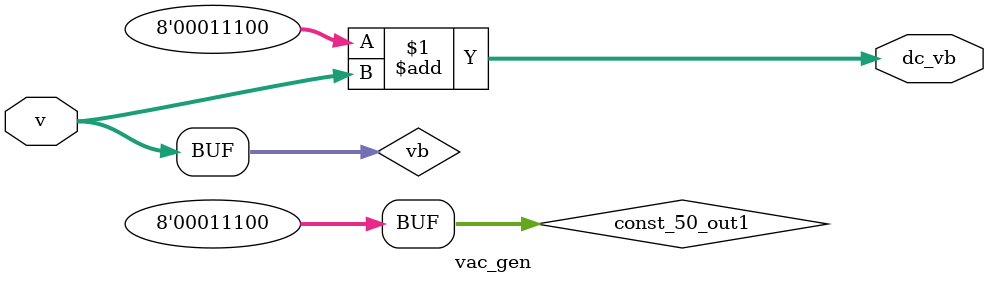
<source format=v>



`timescale 1 ns / 1 ns

module vac_gen
          (v,
           dc_vb);


  input   [7:0] v;  // uint8
  output  [7:0] dc_vb;  // uint8


  wire [7:0] const_50_out1;  // uint8
  wire [7:0] vb;  // uint8


  assign const_50_out1 = 8'b00011100;
  assign vb = v;

  assign dc_vb = const_50_out1 + vb;
endmodule  // vac_gen


</source>
